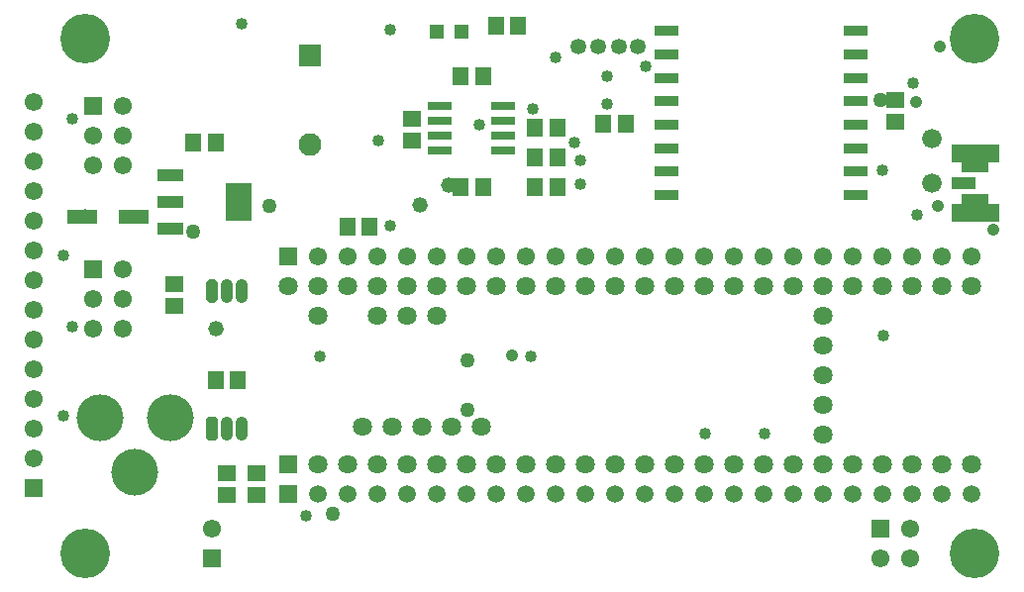
<source format=gts>
G04 DipTrace 3.0.0.2*
G04 Teensy3.6TouchDisplayLoRa.gts*
%MOIN*%
G04 #@! TF.FileFunction,Soldermask,Top*
G04 #@! TF.Part,Single*
%AMOUTLINE4*
4,1,8,
-0.019685,-0.029528,
-0.009843,-0.03937,
0.009843,-0.03937,
0.019685,-0.029528,
0.019685,0.029528,
0.009843,0.03937,
-0.009843,0.03937,
-0.019685,0.029528,
-0.019685,-0.029528,
0*%
%AMOUTLINE5*
4,1,8,
-0.020685,-0.029942,
-0.010257,-0.04037,
0.010257,-0.04037,
0.020685,-0.029942,
0.020685,0.029942,
0.010257,0.04037,
-0.010257,0.04037,
-0.020685,0.029942,
-0.020685,-0.029942,
0*%
%AMOUTLINE7*
4,1,4,
-0.03937,-0.015748,
0.03937,-0.015748,
0.03937,0.015748,
-0.03937,0.015748,
-0.03937,-0.015748,
0*%
%AMOUTLINE8*
4,1,4,
0.03937,0.015748,
-0.03937,0.015748,
-0.03937,-0.015748,
0.03937,-0.015748,
0.03937,0.015748,
0*%
%AMOUTLINE9*
4,1,4,
0.08,-0.03,
0.08,0.03,
-0.08,0.03,
-0.08,-0.03,
0.08,-0.03,
0*%
%AMOUTLINE10*
4,1,4,
0.04,-0.02,
0.04,0.02,
-0.04,0.02,
-0.04,-0.02,
0.04,-0.02,
0*%
%ADD13C,0.04*%
%ADD29C,0.05*%
%ADD31C,0.066*%
%ADD35R,0.1X0.05*%
%ADD36C,0.15748*%
%ADD37R,0.059055X0.059055*%
%ADD38C,0.059055*%
%ADD40C,0.05315*%
%ADD41R,0.047244X0.047244*%
%ADD46R,0.064173X0.064173*%
%ADD47C,0.064173*%
%ADD64C,0.167*%
%ADD66C,0.042*%
%ADD68C,0.052*%
%ADD74R,0.08074X0.025622*%
%ADD76R,0.086646X0.129953*%
%ADD78R,0.086646X0.039402*%
%ADD86C,0.076803*%
%ADD88R,0.076803X0.076803*%
%ADD90O,0.04137X0.08074*%
%ADD96C,0.061055*%
%ADD98R,0.061055X0.061055*%
%ADD104R,0.061055X0.053181*%
%ADD106R,0.053181X0.061055*%
%ADD117OUTLINE4*%
%ADD118OUTLINE5*%
%ADD120OUTLINE7*%
%ADD121OUTLINE8*%
%ADD122OUTLINE9*%
%ADD123OUTLINE10*%
%FSLAX26Y26*%
G04*
G70*
G90*
G75*
G01*
G04 TopMask*
%LPD*%
D68*
X1793583Y1685209D3*
X1892630Y1751251D3*
X1106126Y1268701D3*
D66*
X2106021Y1175954D3*
X3724601Y1599824D3*
X3537121Y1681066D3*
X3465903Y2031122D3*
X3543370Y2218509D3*
D64*
X3661418Y511811D3*
X669292D3*
Y2244095D3*
X3661418D3*
D13*
X2249756Y2181013D3*
X1193617Y2293502D3*
X1656068Y1899793D3*
X1693701Y2273701D3*
X3349641Y1799803D3*
X1693701Y1613701D3*
D29*
X3343391Y2037278D3*
D13*
X2753701Y913701D3*
X2953701D3*
X593701Y1513701D3*
X2313701Y1893701D3*
X2424738Y2024780D3*
Y2118520D3*
X1456089Y1174869D3*
X3468378Y1649819D3*
X2555974Y2149767D3*
X2168515Y1174869D3*
X2333701Y1833701D3*
Y1753701D3*
X2174764Y2006032D3*
X1993701Y1953701D3*
X3455879Y2093523D3*
X3355890Y1243612D3*
X668672Y1649819D3*
D29*
X1499835Y643675D3*
X1953701Y993701D3*
X1956037Y1162370D3*
X1031134Y1593575D3*
X1287357Y1681066D3*
D13*
X1412344Y637425D3*
X624927Y1974785D3*
Y1274858D3*
X593701Y973701D3*
D31*
X3518701Y1756200D3*
D106*
X2256103Y1743701D3*
X2181299D3*
D104*
X3393701Y2037360D3*
Y1962557D3*
X1768557Y1974785D3*
Y1899982D3*
D106*
X1549830Y1612323D3*
X1624633D3*
X2256103Y1943701D3*
X2181299D3*
D35*
X831201Y1643701D3*
X656201D3*
D106*
X1031299Y1893701D3*
X1106103D3*
D31*
X3518701Y1906200D3*
D36*
X953071Y968701D3*
X716851D3*
X834961Y783662D3*
D98*
X493701Y731701D3*
D96*
Y831701D3*
Y931701D3*
Y1031701D3*
Y1131701D3*
Y1231701D3*
Y1331701D3*
Y1431701D3*
Y1531701D3*
Y1631701D3*
Y1731701D3*
Y1831701D3*
Y1931701D3*
Y2031701D3*
D98*
X1093701Y493701D3*
D96*
Y593701D3*
D98*
X3343701D3*
D96*
X3443701D3*
X3343701Y493701D3*
X3443701D3*
D40*
X2528701Y2218701D3*
X2463701D3*
X2393701D3*
X2328701D3*
D98*
X693701Y1468701D3*
D96*
X793701D3*
X693701Y1368701D3*
X793701D3*
X693701Y1268701D3*
X793701D3*
D98*
X693701Y2018701D3*
D96*
X793701D3*
X693701Y1918701D3*
X793701D3*
X693701Y1818701D3*
X793701D3*
D41*
X1935029Y2268701D3*
X1852352D3*
D118*
X1093701Y931145D3*
D90*
X1143701D3*
X1193701D3*
D117*
X1093701Y1393701D3*
D90*
X1143701D3*
X1193701D3*
D106*
X2006103Y2118701D3*
X1931299D3*
X1181103Y1093628D3*
X1106299D3*
D104*
X968641Y1418593D3*
Y1343790D3*
D106*
X1931299Y1743701D3*
X2006103D3*
X2050019Y2287439D3*
X2124822D3*
D104*
X1143701Y706299D3*
Y781103D3*
X1243701Y706299D3*
Y781103D3*
D106*
X2412239Y1956037D3*
X2487042D3*
X2256103Y1843701D3*
X2181299D3*
D88*
X1424945Y2187055D3*
D86*
Y1887843D3*
D120*
X3262598Y1718110D3*
Y1796851D3*
Y1875591D3*
Y1954331D3*
Y2033071D3*
Y2111811D3*
Y2190551D3*
Y2269292D3*
D121*
X2624803D3*
Y2190551D3*
Y2111811D3*
Y2033071D3*
Y1954331D3*
Y1875591D3*
Y1796851D3*
Y1718110D3*
D37*
X1349950Y712454D3*
D38*
X1449950D3*
X1549950D3*
X1649950D3*
X1749950D3*
X1849950D3*
X1949950D3*
X2049950D3*
X2149950D3*
X2249950D3*
X2349950D3*
X2449950D3*
X2549950D3*
X2649950D3*
X2749950D3*
X2849950D3*
X2949950D3*
X3049950D3*
X3149950D3*
X3249950D3*
X3349950D3*
X3449950D3*
X3549950D3*
X3649950D3*
D46*
X1349950Y812454D3*
D47*
X1449950D3*
X1549950D3*
X1649950D3*
X1749950D3*
X1849950D3*
X1949950D3*
X2049950D3*
X2149950D3*
X2249950D3*
X2349950D3*
X2449950D3*
X2549950D3*
X2649950D3*
X2749950D3*
X2849950D3*
X2949950D3*
X3049950D3*
X3149950D3*
X3249950D3*
X3349950D3*
X3449950D3*
X3549950D3*
X3649950D3*
X3149950Y912454D3*
Y1012454D3*
Y1112454D3*
Y1212454D3*
Y1312454D3*
Y1412454D3*
X3249950D3*
X3349950D3*
X3449950D3*
X3549950D3*
X3649950D3*
X3049950D3*
X2949950D3*
X2849950D3*
X2749950D3*
X2649950D3*
X2549950D3*
X2449950D3*
X2349950D3*
X2249950D3*
X2149950D3*
X2049950D3*
X1949950D3*
X1849950D3*
X1749950D3*
X1649950D3*
X1549950D3*
X1449950D3*
X1349950D3*
X1449950Y1312454D3*
X1649950D3*
X1749950D3*
X1849950D3*
X1599950Y937454D3*
X1699950D3*
X1799950D3*
X1899950D3*
X1999950D3*
D78*
X954528Y1784252D3*
Y1693701D3*
Y1603150D3*
D76*
X1182874Y1693701D3*
D74*
X2075000Y1868701D3*
Y1918701D3*
Y1968701D3*
Y2018701D3*
X1862402D3*
Y1968701D3*
Y1918701D3*
Y1868701D3*
D98*
X1349950Y1512454D3*
D96*
X1449950D3*
X1549950D3*
X1649950D3*
X1749950D3*
X1849950D3*
X1949950D3*
X2049950D3*
X2149950D3*
X2249950D3*
X2349950D3*
X2449950D3*
X2549950D3*
X2649950D3*
X2749950D3*
X2849950D3*
X2949950D3*
X3049950D3*
X3149950D3*
X3249950D3*
X3349950D3*
X3449950D3*
X3549950D3*
X3649950D3*
G36*
X3616682Y1683270D2*
X3708694D1*
Y1719332D1*
X3616682D1*
Y1683270D1*
G37*
G36*
X3708746Y1829052D2*
X3616682D1*
Y1793146D1*
X3708746D1*
Y1829052D1*
G37*
D122*
X3663702Y1856200D3*
Y1656200D3*
D123*
X3623702Y1756200D3*
M02*

</source>
